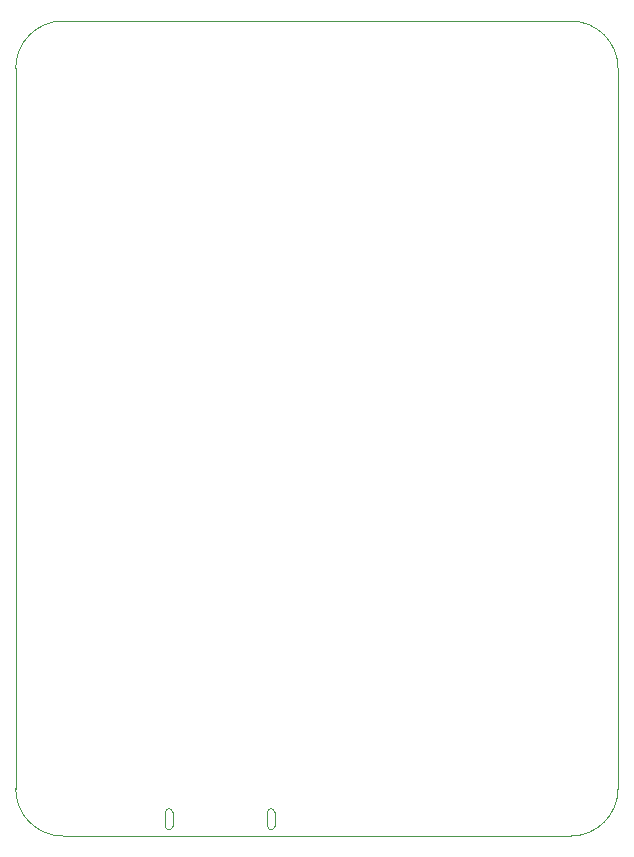
<source format=gbr>
%TF.GenerationSoftware,KiCad,Pcbnew,7.0.1*%
%TF.CreationDate,2023-06-17T09:34:49+02:00*%
%TF.ProjectId,Had_Konzole,4861645f-4b6f-46e7-9a6f-6c652e6b6963,rev?*%
%TF.SameCoordinates,Original*%
%TF.FileFunction,Profile,NP*%
%FSLAX46Y46*%
G04 Gerber Fmt 4.6, Leading zero omitted, Abs format (unit mm)*
G04 Created by KiCad (PCBNEW 7.0.1) date 2023-06-17 09:34:49*
%MOMM*%
%LPD*%
G01*
G04 APERTURE LIST*
%TA.AperFunction,Profile*%
%ADD10C,0.100000*%
%TD*%
%TA.AperFunction,Profile*%
%ADD11C,0.010000*%
%TD*%
G04 APERTURE END LIST*
D10*
X145000000Y-37000000D02*
X188000000Y-37000000D01*
X192000000Y-41000000D02*
G75*
G03*
X188000000Y-37000000I-4000000J0D01*
G01*
X145000000Y-37000000D02*
G75*
G03*
X141000000Y-41000000I0J-4000000D01*
G01*
X188000000Y-106000000D02*
G75*
G03*
X192000000Y-102000000I0J4000000D01*
G01*
X188000000Y-106000000D02*
X145000000Y-106000000D01*
X141000000Y-102000000D02*
G75*
G03*
X145000000Y-106000000I4000000J0D01*
G01*
X141000000Y-102000000D02*
X141000000Y-41000000D01*
X192000000Y-41000000D02*
X192000000Y-102000000D01*
D11*
%TO.C,J4*%
X153680000Y-104575000D02*
X153680000Y-103975000D01*
X153680000Y-105175000D02*
X153680000Y-104580000D01*
X154280000Y-103975000D02*
X154280000Y-105175000D01*
X162320000Y-104575000D02*
X162320000Y-103975000D01*
X162320000Y-105175000D02*
X162320000Y-104580000D01*
X162920000Y-103975000D02*
X162920000Y-105175000D01*
X153980000Y-103675000D02*
G75*
G03*
X153680000Y-103975000I0J-300000D01*
G01*
X154280000Y-103975000D02*
G75*
G03*
X153980000Y-103675000I-300000J0D01*
G01*
X153680000Y-105175000D02*
G75*
G03*
X153980000Y-105475000I300000J0D01*
G01*
X153980000Y-105475000D02*
G75*
G03*
X154280000Y-105175000I0J300000D01*
G01*
X162620000Y-103675000D02*
G75*
G03*
X162320000Y-103975000I0J-300000D01*
G01*
X162920000Y-103975000D02*
G75*
G03*
X162620000Y-103675000I-300000J0D01*
G01*
X162320000Y-105175000D02*
G75*
G03*
X162620000Y-105475000I300000J0D01*
G01*
X162620000Y-105475000D02*
G75*
G03*
X162920000Y-105175000I0J300000D01*
G01*
%TD*%
M02*

</source>
